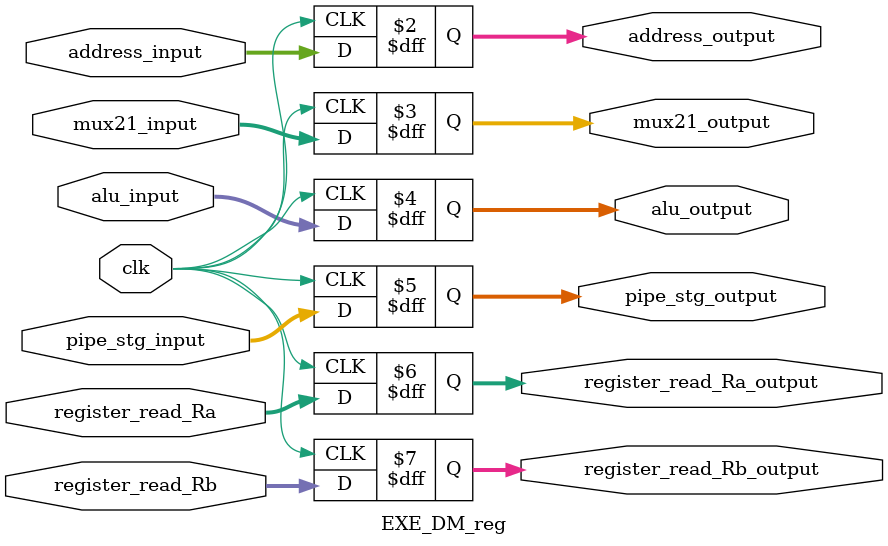
<source format=v>
module EXE_DM_reg( 
   input clk,
   input wire [7:0] address_input,
	input wire [7:0] mux21_input,
	input wire [7:0] alu_input,
	input wire [3:0] pipe_stg_input,
	input wire [1:0] register_read_Ra,
  	input wire [1:0] register_read_Rb,
	output reg [7:0] address_output,
	output reg [7:0] mux21_output,
	output reg [7:0] alu_output,
	output reg [3:0] pipe_stg_output,
   output reg [1:0] register_read_Ra_output,
  	output reg [1:0] register_read_Rb_output);
	 	

	 
	 
always @ (negedge clk)
begin
address_output [7:0] <= address_input [7:0];
mux21_output [7:0] <= mux21_input [7:0];
alu_output [7:0] <= alu_input [7:0];
pipe_stg_output [3:0] <= pipe_stg_input[3:0];
register_read_Ra_output [1:0] <= register_read_Ra [1:0];
register_read_Rb_output [1:0] <= register_read_Rb [1:0];
end
endmodule
</source>
